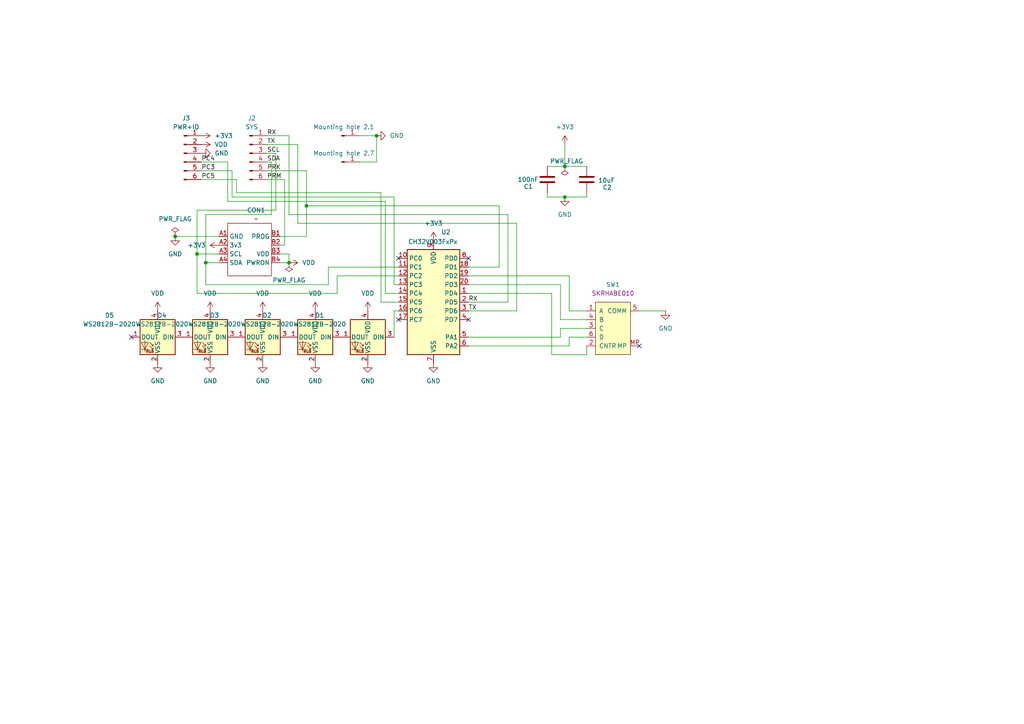
<source format=kicad_sch>
(kicad_sch (version 20231120) (generator "eeschema") (generator_version "8.0")
  (paper "A4")
  (lib_symbols
    (symbol "BSides2025:EDGE_BADGE"
      (property "Reference" "CON" (at -2.286 3.556 0))
      (symbol "EDGE_BADGE_0_1"
        (rectangle (start -3.81 1.27) (end 8.89 -13.97))
      )
      (symbol "EDGE_BADGE_1_1"
        (pin passive line (at -6.35 -2.54 0) (length 2.54) (name "GND") (number "A1"))
        (pin passive line (at -6.35 -5.08 0) (length 2.54) (name "3v3") (number "A2"))
        (pin passive line (at -6.35 -7.62 0) (length 2.54) (name "SCL") (number "A3"))
        (pin passive line (at -6.35 -10.16 0) (length 2.54) (name "SDA") (number "A4"))
        (pin passive line (at 11.43 -2.54 180) (length 2.54) (name "PROG") (number "B1"))
        (pin passive line (at 11.43 -5.08 180) (length 2.54) (name "") (number "B2"))
        (pin passive line (at 11.43 -7.62 180) (length 2.54) (name "VDD") (number "B3"))
        (pin passive line (at 11.43 -10.16 180) (length 2.54) (name "PWRON") (number "B4"))
      )
    )
    (symbol "BSides2025:SW_SKRHABE010_SMD" (pin_names (offset 1.016))
      (property "Reference" "SW" (at 25.4 -5.08 0))
      (property "MPN" "SKRHABE010" (at 25.4 -7.62 0))
      (symbol "SW_SKRHABE010_SMD_0_0"
        (pin passive line (at 0 -5.08 0) (length 2.54) (name "C") (number "3"))
        (pin passive line (at 0 -2.54 0) (length 2.54) (name "B") (number "4"))
        (pin passive line (at 15.24 0 180) (length 2.54) (name "COMM") (number "5"))
        (pin passive line (at 0 -7.62 0) (length 2.54) (name "D") (number "6"))
        (pin passive line (at 15.24 -10.16 180) (length 2.54) (name "MP") (number "MP"))
      )
      (symbol "SW_SKRHABE010_SMD_0_1"
        (rectangle (start 2.54 2.54) (end 12.7 -12.7) (fill (type background)))
      )
      (symbol "SW_SKRHABE010_SMD_1_1"
        (pin passive line (at 0 0 0) (length 2.54) (name "A") (number "1"))
        (pin passive line (at 0 -10.16 0) (length 2.54) (name "CNTR") (number "2"))
      )
    )
    (symbol "Connector:Conn_01x01_Pin" (pin_names (offset 1.016) hide)
      (property "Reference" "J" (at 0 2.54 0))
      (property "Value" "Conn_01x01_Pin" (at 0 -2.54 0))
      (symbol "Conn_01x01_Pin_1_1"
        (polyline (pts (xy 1.27 0) (xy 0.8636 0)) (stroke (width 0.1524)))
        (rectangle (start 0.8636 0.127) (end 0 -0.127) (stroke (width 0.1524)) (fill (type outline)))
        (pin passive line (at 5.08 0 180) (length 3.81) (name "Pin_1") (number "1"))
      )
    )
    (symbol "Connector:Conn_01x06_Pin" (pin_names (offset 1.016) hide)
      (property "Reference" "J" (at 0 7.62 0))
      (property "Value" "Conn_01x06_Pin" (at 0 -10.16 0))
      (symbol "Conn_01x06_Pin_1_1"
        (polyline (pts (xy 1.27 -7.62) (xy 0.8636 -7.62)) (stroke (width 0.1524)))
        (polyline (pts (xy 1.27 -5.08) (xy 0.8636 -5.08)) (stroke (width 0.1524)))
        (polyline (pts (xy 1.27 -2.54) (xy 0.8636 -2.54)) (stroke (width 0.1524)))
        (polyline (pts (xy 1.27 0) (xy 0.8636 0)) (stroke (width 0.1524)))
        (polyline (pts (xy 1.27 2.54) (xy 0.8636 2.54)) (stroke (width 0.1524)))
        (polyline (pts (xy 1.27 5.08) (xy 0.8636 5.08)) (stroke (width 0.1524)))
        (rectangle (start 0.8636 -7.493) (end 0 -7.747) (stroke (width 0.1524)) (fill (type outline)))
        (rectangle (start 0.8636 -4.953) (end 0 -5.207) (stroke (width 0.1524)) (fill (type outline)))
        (rectangle (start 0.8636 -2.413) (end 0 -2.667) (stroke (width 0.1524)) (fill (type outline)))
        (rectangle (start 0.8636 0.127) (end 0 -0.127) (stroke (width 0.1524)) (fill (type outline)))
        (rectangle (start 0.8636 2.667) (end 0 2.413) (stroke (width 0.1524)) (fill (type outline)))
        (rectangle (start 0.8636 5.207) (end 0 4.953) (stroke (width 0.1524)) (fill (type outline)))
        (pin passive line (at 5.08 5.08 180) (length 3.81) (name "Pin_1") (number "1"))
        (pin passive line (at 5.08 2.54 180) (length 3.81) (name "Pin_2") (number "2"))
        (pin passive line (at 5.08 0 180) (length 3.81) (name "Pin_3") (number "3"))
        (pin passive line (at 5.08 -2.54 180) (length 3.81) (name "Pin_4") (number "4"))
        (pin passive line (at 5.08 -5.08 180) (length 3.81) (name "Pin_5") (number "5"))
        (pin passive line (at 5.08 -7.62 180) (length 3.81) (name "Pin_6") (number "6"))
      )
    )
    (symbol "Device:C" (pin_numbers hide) (pin_names (offset 0.254))
      (property "Reference" "C" (at 0.635 2.54 0))
      (property "Value" "C" (at 0.635 -2.54 0))
      (symbol "C_0_1"
        (polyline (pts (xy -2.032 -0.762) (xy 2.032 -0.762)) (stroke (width 0.508)))
        (polyline (pts (xy -2.032 0.762) (xy 2.032 0.762)) (stroke (width 0.508)))
      )
      (symbol "C_1_1"
        (pin passive line (at 0 3.81 270) (length 2.794) (name "~") (number "1"))
        (pin passive line (at 0 -3.81 90) (length 2.794) (name "~") (number "2"))
      )
    )
    (symbol "LED:WS2812B-2020" (pin_names (offset 0.254))
      (property "Reference" "D" (at 5.08 5.715 0))
      (property "Value" "WS2812B-2020" (at 1.27 -5.715 0))
      (symbol "WS2812B-2020_0_0"
        (text "RGB" (at 2.286 -4.191 0) (effects (font (size 0.762 0.762))))
      )
      (symbol "WS2812B-2020_0_1"
        (polyline (pts (xy 1.27 -3.556) (xy 1.778 -3.556)))
        (polyline (pts (xy 1.27 -2.54) (xy 1.778 -2.54)))
        (polyline (pts (xy 4.699 -3.556) (xy 2.667 -3.556)))
        (polyline (pts (xy 2.286 -2.54) (xy 1.27 -3.556) (xy 1.27 -3.048)))
        (polyline (pts (xy 2.286 -1.524) (xy 1.27 -2.54) (xy 1.27 -2.032)))
        (polyline (pts (xy 3.683 -1.016) (xy 3.683 -3.556) (xy 3.683 -4.064)))
        (polyline (pts (xy 4.699 -1.524) (xy 2.667 -1.524) (xy 3.683 -3.556) (xy 4.699 -1.524)))
        (rectangle (start 5.08 5.08) (end -5.08 -5.08) (stroke (width 0.254)) (fill (type background)))
      )
      (symbol "WS2812B-2020_1_1"
        (pin output line (at 7.62 0 180) (length 2.54) (name "DOUT") (number "1"))
        (pin power_in line (at 0 -7.62 90) (length 2.54) (name "VSS") (number "2"))
        (pin input line (at -7.62 0 0) (length 2.54) (name "DIN") (number "3"))
        (pin power_in line (at 0 7.62 270) (length 2.54) (name "VDD") (number "4"))
      )
    )
    (symbol "MCU_WCH_CH32V0:CH32V003FxPx"
      (property "Reference" "U" (at -7.62 17.78 0))
      (property "Value" "CH32V003FxPx" (at 7.62 17.78 0))
      (symbol "CH32V003FxPx_1_1"
        (rectangle (start -7.62 15.24) (end 7.62 -15.24) (stroke (width 0.254)) (fill (type background)))
        (pin bidirectional line (at 10.16 2.54 180) (length 2.54) (name "PD4") (number "1"))
        (pin bidirectional line (at -10.16 12.7 0) (length 2.54) (name "PC0") (number "10"))
        (pin bidirectional line (at -10.16 10.16 0) (length 2.54) (name "PC1") (number "11"))
        (pin bidirectional line (at -10.16 7.62 0) (length 2.54) (name "PC2") (number "12"))
        (pin bidirectional line (at -10.16 5.08 0) (length 2.54) (name "PC3") (number "13"))
        (pin bidirectional line (at -10.16 2.54 0) (length 2.54) (name "PC4") (number "14"))
        (pin bidirectional line (at -10.16 0 0) (length 2.54) (name "PC5") (number "15"))
        (pin bidirectional line (at -10.16 -2.54 0) (length 2.54) (name "PC6") (number "16"))
        (pin bidirectional line (at -10.16 -5.08 0) (length 2.54) (name "PC7") (number "17"))
        (pin bidirectional line (at 10.16 10.16 180) (length 2.54) (name "PD1") (number "18"))
        (pin bidirectional line (at 10.16 7.62 180) (length 2.54) (name "PD2") (number "19"))
        (pin bidirectional line (at 10.16 0 180) (length 2.54) (name "PD5") (number "2"))
        (pin bidirectional line (at 10.16 5.08 180) (length 2.54) (name "PD3") (number "20"))
        (pin bidirectional line (at 10.16 -2.54 180) (length 2.54) (name "PD6") (number "3"))
        (pin bidirectional line (at 10.16 -5.08 180) (length 2.54) (name "PD7") (number "4"))
        (pin bidirectional line (at 10.16 -10.16 180) (length 2.54) (name "PA1") (number "5"))
        (pin bidirectional line (at 10.16 -12.7 180) (length 2.54) (name "PA2") (number "6"))
        (pin power_in line (at 0 -17.78 90) (length 2.54) (name "VSS") (number "7"))
        (pin bidirectional line (at 10.16 12.7 180) (length 2.54) (name "PD0") (number "8"))
        (pin power_in line (at 0 17.78 270) (length 2.54) (name "VDD") (number "9"))
      )
    )
    (symbol "power:+3V3" (power) (pin_numbers hide) (pin_names (offset 0) hide)
      (property "Value" "+3V3" (at 0 3.556 0))
      (symbol "+3V3_0_1"
        (polyline (pts (xy -0.762 1.27) (xy 0 2.54)))
        (polyline (pts (xy 0 0) (xy 0 2.54)))
        (polyline (pts (xy 0 2.54) (xy 0.762 1.27)))
      )
      (symbol "+3V3_1_1"
        (pin power_in line (at 0 0 90) (length 0) (name "~") (number "1"))
      )
    )
    (symbol "power:GND" (power) (pin_numbers hide) (pin_names (offset 0) hide)
      (property "Value" "GND" (at 0 -3.81 0))
      (symbol "GND_0_1"
        (polyline (pts (xy 0 0) (xy 0 -1.27) (xy 1.27 -1.27) (xy 0 -2.54) (xy -1.27 -1.27) (xy 0 -1.27)))
      )
      (symbol "GND_1_1"
        (pin power_in line (at 0 0 270) (length 0) (name "~") (number "1"))
      )
    )
    (symbol "power:PWR_FLAG" (power) (pin_numbers hide) (pin_names (offset 0) hide)
      (property "Value" "PWR_FLAG" (at 0 3.81 0))
      (symbol "PWR_FLAG_0_0"
        (pin power_out line (at 0 0 90) (length 0) (name "~") (number "1"))
      )
      (symbol "PWR_FLAG_0_1"
        (polyline (pts (xy 0 0) (xy 0 1.27) (xy -1.016 1.905) (xy 0 2.54) (xy 1.016 1.905) (xy 0 1.27)))
      )
    )
    (symbol "power:VDD" (power) (pin_numbers hide) (pin_names (offset 0) hide)
      (property "Value" "VDD" (at 0 3.556 0))
      (symbol "VDD_0_1"
        (polyline (pts (xy -0.762 1.27) (xy 0 2.54)))
        (polyline (pts (xy 0 0) (xy 0 2.54)))
        (polyline (pts (xy 0 2.54) (xy 0.762 1.27)))
      )
      (symbol "VDD_1_1"
        (pin power_in line (at 0 0 90) (length 0) (name "~") (number "1"))
      )
    )
  )
  (junction (at 88.9 59.69))
  (junction (at 83.82 76.2))
  (junction (at 163.83 48.26))
  (junction (at 57.15 73.66))
  (junction (at 163.83 57.15))
  (junction (at 50.8 68.58))
  (junction (at 109.22 39.37))
  (junction (at 59.69 76.2))
  (no_connect (at 135.89 92.71))
  (no_connect (at 185.42 100.33))
  (no_connect (at 115.57 74.93))
  (no_connect (at 115.57 92.71))
  (no_connect (at 135.89 74.93))
  (no_connect (at 38.1 97.79))
  (wire (pts (xy 170.18 55.88) (xy 170.18 57.15)))
  (wire (pts (xy 50.8 68.58) (xy 63.5 68.58)))
  (wire (pts (xy 77.47 52.07) (xy 82.55 52.07)))
  (wire (pts (xy 95.25 77.47) (xy 95.25 82.55)))
  (wire (pts (xy 78.74 46.99) (xy 78.74 62.23)))
  (wire (pts (xy 135.89 85.09) (xy 160.02 85.09)))
  (wire (pts (xy 59.69 62.23) (xy 59.69 76.2)))
  (wire (pts (xy 114.3 57.15) (xy 67.31 57.15)))
  (wire (pts (xy 80.01 60.96) (xy 57.15 60.96)))
  (wire (pts (xy 144.78 59.69) (xy 144.78 77.47)))
  (wire (pts (xy 135.89 100.33) (xy 165.1 100.33)))
  (wire (pts (xy 135.89 90.17) (xy 149.86 90.17)))
  (wire (pts (xy 67.31 57.15) (xy 67.31 49.53)))
  (wire (pts (xy 165.1 100.33) (xy 165.1 97.79)))
  (wire (pts (xy 82.55 52.07) (xy 82.55 71.12)))
  (wire (pts (xy 185.42 90.17) (xy 193.04 90.17)))
  (wire (pts (xy 77.47 46.99) (xy 78.74 46.99)))
  (wire (pts (xy 88.9 49.53) (xy 88.9 59.69)))
  (wire (pts (xy 135.89 87.63) (xy 147.32 87.63)))
  (wire (pts (xy 163.83 41.91) (xy 163.83 48.26)))
  (wire (pts (xy 135.89 82.55) (xy 162.56 82.55)))
  (wire (pts (xy 66.04 58.42) (xy 66.04 46.99)))
  (wire (pts (xy 97.79 80.01) (xy 97.79 85.09)))
  (wire (pts (xy 165.1 90.17) (xy 170.18 90.17)))
  (wire (pts (xy 83.82 62.23) (xy 147.32 62.23)))
  (wire (pts (xy 114.3 90.17) (xy 114.3 97.79)))
  (wire (pts (xy 83.82 62.23) (xy 83.82 39.37)))
  (wire (pts (xy 104.14 46.99) (xy 109.22 46.99)))
  (wire (pts (xy 163.83 48.26) (xy 170.18 48.26)))
  (wire (pts (xy 57.15 85.09) (xy 57.15 73.66)))
  (wire (pts (xy 86.36 64.77) (xy 86.36 41.91)))
  (wire (pts (xy 68.58 55.88) (xy 110.49 55.88)))
  (wire (pts (xy 158.75 57.15) (xy 163.83 57.15)))
  (wire (pts (xy 95.25 82.55) (xy 59.69 82.55)))
  (wire (pts (xy 77.47 49.53) (xy 88.9 49.53)))
  (wire (pts (xy 78.74 62.23) (xy 59.69 62.23)))
  (wire (pts (xy 149.86 64.77) (xy 149.86 90.17)))
  (wire (pts (xy 77.47 39.37) (xy 83.82 39.37)))
  (wire (pts (xy 114.3 82.55) (xy 114.3 57.15)))
  (wire (pts (xy 88.9 59.69) (xy 88.9 68.58)))
  (wire (pts (xy 147.32 87.63) (xy 147.32 62.23)))
  (wire (pts (xy 83.82 73.66) (xy 83.82 76.2)))
  (wire (pts (xy 144.78 59.69) (xy 88.9 59.69)))
  (wire (pts (xy 165.1 80.01) (xy 165.1 90.17)))
  (wire (pts (xy 160.02 102.87) (xy 170.18 102.87)))
  (wire (pts (xy 158.75 48.26) (xy 163.83 48.26)))
  (wire (pts (xy 111.76 85.09) (xy 115.57 85.09)))
  (wire (pts (xy 81.28 68.58) (xy 88.9 68.58)))
  (wire (pts (xy 57.15 73.66) (xy 63.5 73.66)))
  (wire (pts (xy 97.79 85.09) (xy 57.15 85.09)))
  (wire (pts (xy 68.58 52.07) (xy 68.58 55.88)))
  (wire (pts (xy 135.89 97.79) (xy 162.56 97.79)))
  (wire (pts (xy 160.02 85.09) (xy 160.02 102.87)))
  (wire (pts (xy 57.15 60.96) (xy 57.15 73.66)))
  (wire (pts (xy 81.28 73.66) (xy 83.82 73.66)))
  (wire (pts (xy 97.79 80.01) (xy 115.57 80.01)))
  (wire (pts (xy 109.22 39.37) (xy 109.22 46.99)))
  (wire (pts (xy 58.42 52.07) (xy 68.58 52.07)))
  (wire (pts (xy 58.42 49.53) (xy 67.31 49.53)))
  (wire (pts (xy 162.56 95.25) (xy 170.18 95.25)))
  (wire (pts (xy 80.01 44.45) (xy 80.01 60.96)))
  (wire (pts (xy 104.14 39.37) (xy 109.22 39.37)))
  (wire (pts (xy 77.47 41.91) (xy 86.36 41.91)))
  (wire (pts (xy 77.47 44.45) (xy 80.01 44.45)))
  (wire (pts (xy 110.49 55.88) (xy 110.49 87.63)))
  (wire (pts (xy 83.82 76.2) (xy 81.28 76.2)))
  (wire (pts (xy 111.76 58.42) (xy 66.04 58.42)))
  (wire (pts (xy 58.42 46.99) (xy 66.04 46.99)))
  (wire (pts (xy 170.18 102.87) (xy 170.18 100.33)))
  (wire (pts (xy 115.57 90.17) (xy 114.3 90.17)))
  (wire (pts (xy 59.69 82.55) (xy 59.69 76.2)))
  (wire (pts (xy 86.36 64.77) (xy 149.86 64.77)))
  (wire (pts (xy 110.49 87.63) (xy 115.57 87.63)))
  (wire (pts (xy 81.28 71.12) (xy 82.55 71.12)))
  (wire (pts (xy 114.3 82.55) (xy 115.57 82.55)))
  (wire (pts (xy 163.83 57.15) (xy 170.18 57.15)))
  (wire (pts (xy 162.56 92.71) (xy 170.18 92.71)))
  (wire (pts (xy 162.56 97.79) (xy 162.56 95.25)))
  (wire (pts (xy 95.25 77.47) (xy 115.57 77.47)))
  (wire (pts (xy 165.1 97.79) (xy 170.18 97.79)))
  (wire (pts (xy 59.69 76.2) (xy 63.5 76.2)))
  (wire (pts (xy 135.89 80.01) (xy 165.1 80.01)))
  (wire (pts (xy 162.56 82.55) (xy 162.56 92.71)))
  (wire (pts (xy 135.89 77.47) (xy 144.78 77.47)))
  (wire (pts (xy 111.76 85.09) (xy 111.76 58.42)))
  (wire (pts (xy 158.75 55.88) (xy 158.75 57.15)))
  (label "RX" (at 135.89 87.63 0))
  (label "TX" (at 77.47 41.91 0))
  (label "PC5" (at 58.42 52.07 0))
  (label "SDA" (at 77.47 46.99 0))
  (label "SCL" (at 77.47 44.45 0))
  (label "PRM" (at 77.47 52.07 0))
  (label "PRK" (at 77.47 49.53 0))
  (label "RX" (at 77.47 39.37 0))
  (label "TX" (at 135.89 90.17 0))
  (label "PC3" (at 58.42 49.53 0))
  (label "PC4" (at 58.42 46.99 0))
  (symbol (lib_id "power:VDD") (at 83.82 76.2 270) (unit 1)
    (property "Reference" "#PWR011" (effects (hide yes)))
    (property "Value" "VDD" (at 87.63 76.1999 90) (effects (justify left)))
    (property "Description" "Power symbol creates a global label with name \"VDD\"" (effects (hide yes)))
  )
  (symbol (lib_id "power:VDD") (at 60.96 90.17 0) (unit 1)
    (property "Reference" "#PWR014" (effects (hide yes)))
    (property "Value" "VDD" (at 60.96 85.09 0))
    (property "Description" "Power symbol creates a global label with name \"VDD\"" (effects (hide yes)))
  )
  (symbol (lib_id "power:GND") (at 109.22 39.37 90) (unit 1)
    (property "Reference" "#PWR022" (effects (hide yes)))
    (property "Value" "GND" (at 113.03 39.3699 90) (effects (justify right)))
    (property "Description" "Power symbol creates a global label with name \"GND\" , ground" (effects (hide yes)))
  )
  (symbol (lib_id "power:GND") (at 163.83 57.15 0) (unit 1)
    (property "Reference" "#PWR02" (effects (hide yes)))
    (property "Value" "GND" (at 163.83 62.23 0))
    (property "Description" "Power symbol creates a global label with name \"GND\" , ground" (effects (hide yes)))
  )
  (symbol (lib_id "power:+3V3") (at 163.83 41.91 0) (unit 1)
    (property "Reference" "#PWR08" (effects (hide yes)))
    (property "Value" "+3V3" (at 163.83 36.83 0))
    (property "Description" "Power symbol creates a global label with name \"+3V3\"" (effects (hide yes)))
  )
  (symbol (lib_id "LED:WS2812B-2020") (at 76.2 97.79 0) (mirror y) (unit 1)
    (property "Reference" "D3" (at 62.23 91.4714 0))
    (property "Value" "WS2812B-2020" (at 62.23 94.0114 0))
    (property "Footprint" "LED_SMD:LED_WS2812B-2020_PLCC4_2.0x2.0mm" (effects (hide yes)))
    (property "Datasheet" "https://cdn-shop.adafruit.com/product-files/4684/4684_WS2812B-2020_V1.3_EN.pdf" (effects (hide yes)))
    (property "Description" "RGB LED with integrated controller, 2.0 x 2.0 mm, 12 mA" (effects (hide yes)))
  )
  (symbol (lib_id "power:PWR_FLAG") (at 83.82 76.2 180) (unit 1)
    (property "Reference" "#FLG04" (effects (hide yes)))
    (property "Value" "PWR_FLAG" (at 83.82 81.28 0))
    (property "Description" "Special symbol for telling ERC where power comes from" (effects (hide yes)))
  )
  (symbol (lib_id "power:GND") (at 50.8 68.58 0) (unit 1)
    (property "Reference" "#PWR010" (effects (hide yes)))
    (property "Value" "GND" (at 50.8 73.66 0))
    (property "Description" "Power symbol creates a global label with name \"GND\" , ground" (effects (hide yes)))
  )
  (symbol (lib_id "LED:WS2812B-2020") (at 91.44 97.79 0) (mirror y) (unit 1)
    (property "Reference" "D2" (at 77.47 91.4714 0))
    (property "Value" "WS2812B-2020" (at 77.47 94.0114 0))
    (property "Footprint" "LED_SMD:LED_WS2812B-2020_PLCC4_2.0x2.0mm" (effects (hide yes)))
    (property "Datasheet" "https://cdn-shop.adafruit.com/product-files/4684/4684_WS2812B-2020_V1.3_EN.pdf" (effects (hide yes)))
    (property "Description" "RGB LED with integrated controller, 2.0 x 2.0 mm, 12 mA" (effects (hide yes)))
  )
  (symbol (lib_id "power:VDD") (at 91.44 90.17 0) (unit 1)
    (property "Reference" "#PWR01" (effects (hide yes)))
    (property "Value" "VDD" (at 91.44 85.09 0))
    (property "Description" "Power symbol creates a global label with name \"VDD\"" (effects (hide yes)))
  )
  (symbol (lib_id "MCU_WCH_CH32V0:CH32V003FxPx") (at 125.73 87.63 0) (unit 1)
    (property "Reference" "U2" (at 127.9241 67.31 0) (effects (justify left)))
    (property "Value" "CH32V003FxPx" (at 118.364 70.104 0) (effects (justify left)))
    (property "Footprint" "Package_SO:TSSOP-20_4.4x6.5mm_P0.65mm" (effects (hide yes)))
    (property "Datasheet" "https://www.wch-ic.com/products/CH32V003.html" (effects (hide yes)))
    (property "Description" "CH32V003 series are industrial-grade general-purpose microcontrollers designed based on 32-bit RISC-V instruction set and architecture. It adopts QingKe V2A core, RV32EC instruction set, and supports 2 levels of interrupt nesting. The series are mounted with rich peripheral interfaces and function modules. Its internal organizational structure meets the low-cost and low-power embedded application scenarios." (effects (hide yes)))
  )
  (symbol (lib_id "power:+3V3") (at 58.42 39.37 270) (unit 1)
    (property "Reference" "#PWR04" (effects (hide yes)))
    (property "Value" "+3V3" (at 62.23 39.3699 90) (effects (justify left)))
    (property "Description" "Power symbol creates a global label with name \"+3V3\"" (effects (hide yes)))
  )
  (symbol (lib_id "Connector:Conn_01x01_Pin") (at 99.06 46.99 0) (unit 1)
    (property "Reference" "J4" (effects (hide yes)))
    (property "Value" "Mounting hole 2.7" (at 99.695 44.45 0))
    (property "Footprint" "MountingHole:MountingHole_2.7mm" (effects (hide yes)))
    (property "Description" "Generic connector, single row, 01x01, script generated" (effects (hide yes)))
  )
  (symbol (lib_id "power:VDD") (at 45.72 90.17 0) (unit 1)
    (property "Reference" "#PWR020" (effects (hide yes)))
    (property "Value" "VDD" (at 45.72 85.09 0))
    (property "Description" "Power symbol creates a global label with name \"VDD\"" (effects (hide yes)))
  )
  (symbol (lib_id "power:PWR_FLAG") (at 50.8 68.58 0) (unit 1)
    (property "Reference" "#FLG01" (effects (hide yes)))
    (property "Value" "PWR_FLAG" (at 50.8 63.5 0))
    (property "Description" "Special symbol for telling ERC where power comes from" (effects (hide yes)))
  )
  (symbol (lib_id "power:+3V3") (at 63.5 71.12 90) (unit 1)
    (property "Reference" "#PWR09" (effects (hide yes)))
    (property "Value" "+3V3" (at 59.69 71.1199 90) (effects (justify left)))
    (property "Description" "Power symbol creates a global label with name \"+3V3\"" (effects (hide yes)))
  )
  (symbol (lib_id "Connector:Conn_01x06_Pin") (at 72.39 44.45 0) (unit 1)
    (property "Reference" "J2" (at 73.025 34.29 0))
    (property "Value" "SYS" (at 73.025 36.83 0))
    (property "Footprint" "Connector_PinHeader_2.54mm:PinHeader_1x06_P2.54mm_Vertical" (effects (hide yes)))
    (property "Description" "Generic connector, single row, 01x06, script generated" (effects (hide yes)))
  )
  (symbol (lib_id "LED:WS2812B-2020") (at 45.72 97.79 0) (mirror y) (unit 1)
    (property "Reference" "D5" (at 31.75 91.4714 0))
    (property "Value" "WS2812B-2020" (at 31.75 94.0114 0))
    (property "Footprint" "LED_SMD:LED_WS2812B-2020_PLCC4_2.0x2.0mm" (effects (hide yes)))
    (property "Datasheet" "https://cdn-shop.adafruit.com/product-files/4684/4684_WS2812B-2020_V1.3_EN.pdf" (effects (hide yes)))
    (property "Description" "RGB LED with integrated controller, 2.0 x 2.0 mm, 12 mA" (effects (hide yes)))
  )
  (symbol (lib_id "power:VDD") (at 106.68 90.17 0) (unit 1)
    (property "Reference" "#PWR012" (effects (hide yes)))
    (property "Value" "VDD" (at 106.68 85.09 0))
    (property "Description" "Power symbol creates a global label with name \"VDD\"" (effects (hide yes)))
  )
  (symbol (lib_id "power:GND") (at 193.04 90.17 0) (unit 1)
    (property "Reference" "#PWR07" (effects (hide yes)))
    (property "Value" "GND" (at 193.04 95.25 0))
    (property "Description" "Power symbol creates a global label with name \"GND\" , ground" (effects (hide yes)))
  )
  (symbol (lib_id "power:GND") (at 58.42 44.45 90) (unit 1)
    (property "Reference" "#PWR016" (effects (hide yes)))
    (property "Value" "GND" (at 62.23 44.4499 90) (effects (justify right)))
    (property "Description" "Power symbol creates a global label with name \"GND\" , ground" (effects (hide yes)))
  )
  (symbol (lib_id "LED:WS2812B-2020") (at 106.68 97.79 0) (mirror y) (unit 1)
    (property "Reference" "D1" (at 92.71 91.4714 0))
    (property "Value" "WS2812B-2020" (at 92.71 94.0114 0))
    (property "Footprint" "LED_SMD:LED_WS2812B-2020_PLCC4_2.0x2.0mm" (effects (hide yes)))
    (property "Datasheet" "https://cdn-shop.adafruit.com/product-files/4684/4684_WS2812B-2020_V1.3_EN.pdf" (effects (hide yes)))
    (property "Description" "RGB LED with integrated controller, 2.0 x 2.0 mm, 12 mA" (effects (hide yes)))
  )
  (symbol (lib_id "Device:C") (at 170.18 52.07 0) (unit 1)
    (property "Reference" "C2" (at 174.752 54.356 0) (effects (justify left)))
    (property "Value" "10uF" (at 173.482 52.324 0) (effects (justify left)))
    (property "Footprint" "Capacitor_SMD:C_0201_0603Metric_Pad0.64x0.40mm_HandSolder" (effects (hide yes)))
    (property "Description" "Unpolarized capacitor" (effects (hide yes)))
  )
  (symbol (lib_id "power:GND") (at 45.72 105.41 0) (unit 1)
    (property "Reference" "#PWR021" (effects (hide yes)))
    (property "Value" "GND" (at 45.72 110.49 0))
    (property "Description" "Power symbol creates a global label with name \"GND\" , ground" (effects (hide yes)))
  )
  (symbol (lib_id "power:GND") (at 60.96 105.41 0) (unit 1)
    (property "Reference" "#PWR019" (effects (hide yes)))
    (property "Value" "GND" (at 60.96 110.49 0))
    (property "Description" "Power symbol creates a global label with name \"GND\" , ground" (effects (hide yes)))
  )
  (symbol (lib_id "power:PWR_FLAG") (at 163.83 48.26 180) (unit 1)
    (property "Reference" "#FLG03" (effects (hide yes)))
    (property "Value" "PWR_FLAG" (at 164.338 46.736 0))
    (property "Description" "Special symbol for telling ERC where power comes from" (effects (hide yes)))
  )
  (symbol (lib_id "Connector:Conn_01x06_Pin") (at 53.34 44.45 0) (unit 1)
    (property "Reference" "J3" (at 53.975 34.29 0))
    (property "Value" "PWR+IO" (at 53.975 36.83 0))
    (property "Footprint" "Connector_PinHeader_2.54mm:PinHeader_1x06_P2.54mm_Vertical" (effects (hide yes)))
    (property "Description" "Generic connector, single row, 01x06, script generated" (effects (hide yes)))
  )
  (symbol (lib_id "power:GND") (at 106.68 105.41 0) (unit 1)
    (property "Reference" "#PWR05" (effects (hide yes)))
    (property "Value" "GND" (at 106.68 110.49 0))
    (property "Description" "Power symbol creates a global label with name \"GND\" , ground" (effects (hide yes)))
  )
  (symbol (lib_id "power:VDD") (at 76.2 90.17 0) (unit 1)
    (property "Reference" "#PWR013" (effects (hide yes)))
    (property "Value" "VDD" (at 76.2 85.09 0))
    (property "Description" "Power symbol creates a global label with name \"VDD\"" (effects (hide yes)))
  )
  (symbol (lib_id "LED:WS2812B-2020") (at 60.96 97.79 0) (mirror y) (unit 1)
    (property "Reference" "D4" (at 46.99 91.4714 0))
    (property "Value" "WS2812B-2020" (at 46.99 94.0114 0))
    (property "Footprint" "LED_SMD:LED_WS2812B-2020_PLCC4_2.0x2.0mm" (effects (hide yes)))
    (property "Datasheet" "https://cdn-shop.adafruit.com/product-files/4684/4684_WS2812B-2020_V1.3_EN.pdf" (effects (hide yes)))
    (property "Description" "RGB LED with integrated controller, 2.0 x 2.0 mm, 12 mA" (effects (hide yes)))
  )
  (symbol (lib_id "BSides2025:EDGE_BADGE") (at 69.85 66.04 0) (unit 1)
    (property "Reference" "CON1" (at 74.295 60.96 0))
    (property "Value" "~" (at 74.295 63.5 0))
    (property "Footprint" "BSides2025:EDGE_BADGE" (effects (hide yes)))
  )
  (symbol (lib_id "Connector:Conn_01x01_Pin") (at 99.06 39.37 0) (unit 1)
    (property "Reference" "J1" (effects (hide yes)))
    (property "Value" "Mounting hole 2.1" (at 99.695 36.83 0))
    (property "Footprint" "MountingHole:MountingHole_2.1mm" (effects (hide yes)))
    (property "Description" "Generic connector, single row, 01x01, script generated" (effects (hide yes)))
  )
  (symbol (lib_id "power:GND") (at 76.2 105.41 0) (unit 1)
    (property "Reference" "#PWR018" (effects (hide yes)))
    (property "Value" "GND" (at 76.2 110.49 0))
    (property "Description" "Power symbol creates a global label with name \"GND\" , ground" (effects (hide yes)))
  )
  (symbol (lib_id "power:GND") (at 125.73 105.41 0) (unit 1)
    (property "Reference" "#PWR06" (effects (hide yes)))
    (property "Value" "GND" (at 125.73 110.49 0))
    (property "Description" "Power symbol creates a global label with name \"GND\" , ground" (effects (hide yes)))
  )
  (symbol (lib_id "BSides2025:SW_SKRHABE010_SMD") (at 170.18 90.17 0) (unit 1)
    (property "Reference" "SW1" (at 177.8 82.55 0))
    (property "Value" "SW_SKRHABE010_SMD" (effects (hide yes)))
    (property "Footprint" "BSides2025:SW_SKRHABE010_SMD" (effects (hide yes)))
    (property "Datasheet" "https://www.mouser.com/datasheet/2/15/SKRH-1370966.pdf" (effects (hide yes)))
    (property "Description" "Joystick, 2 - Axis Digital (Mechanical Switch) Output" (effects (hide yes)))
    (property "MPN" "SKRHABE010" (at 177.8 85.09 0))
    (property "Manufacturer" "Alps Alpine" (effects (hide yes)))
    (property "Author" "Antmicro" (effects (hide yes)))
    (property "License" "Apache-2.0" (effects (hide yes)))
  )
  (symbol (lib_id "power:VDD") (at 58.42 41.91 270) (unit 1)
    (property "Reference" "#PWR015" (effects (hide yes)))
    (property "Value" "VDD" (at 62.23 41.9099 90) (effects (justify left)))
    (property "Description" "Power symbol creates a global label with name \"VDD\"" (effects (hide yes)))
  )
  (symbol (lib_id "power:GND") (at 91.44 105.41 0) (unit 1)
    (property "Reference" "#PWR017" (effects (hide yes)))
    (property "Value" "GND" (at 91.44 110.49 0))
    (property "Description" "Power symbol creates a global label with name \"GND\" , ground" (effects (hide yes)))
  )
  (symbol (lib_id "Device:C") (at 158.75 52.07 0) (unit 1)
    (property "Reference" "C1" (at 151.892 54.102 0) (effects (justify left)))
    (property "Value" "100nF" (at 150.114 52.07 0) (effects (justify left)))
    (property "Footprint" "Capacitor_SMD:C_0201_0603Metric_Pad0.64x0.40mm_HandSolder" (effects (hide yes)))
    (property "Description" "Unpolarized capacitor" (effects (hide yes)))
  )
  (symbol (lib_id "power:+3V3") (at 125.73 69.85 0) (unit 1)
    (property "Reference" "#PWR03" (effects (hide yes)))
    (property "Value" "+3V3" (at 125.73 64.77 0))
    (property "Description" "Power symbol creates a global label with name \"+3V3\"" (effects (hide yes)))
  )
)
</source>
